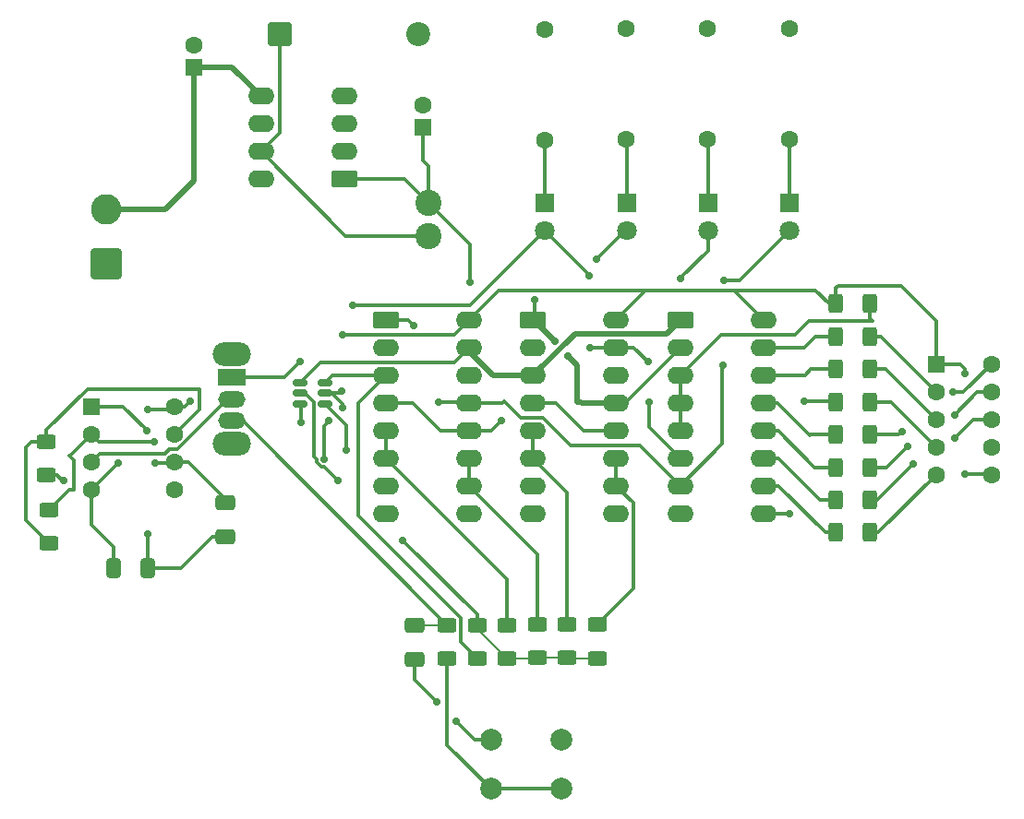
<source format=gbr>
%TF.GenerationSoftware,KiCad,Pcbnew,9.0.3*%
%TF.CreationDate,2025-12-16T11:33:01+01:00*%
%TF.ProjectId,PTP_Project1_Dovsak,5054505f-5072-46f6-9a65-6374315f446f,rev?*%
%TF.SameCoordinates,Original*%
%TF.FileFunction,Copper,L1,Top*%
%TF.FilePolarity,Positive*%
%FSLAX46Y46*%
G04 Gerber Fmt 4.6, Leading zero omitted, Abs format (unit mm)*
G04 Created by KiCad (PCBNEW 9.0.3) date 2025-12-16 11:33:01*
%MOMM*%
%LPD*%
G01*
G04 APERTURE LIST*
G04 Aperture macros list*
%AMRoundRect*
0 Rectangle with rounded corners*
0 $1 Rounding radius*
0 $2 $3 $4 $5 $6 $7 $8 $9 X,Y pos of 4 corners*
0 Add a 4 corners polygon primitive as box body*
4,1,4,$2,$3,$4,$5,$6,$7,$8,$9,$2,$3,0*
0 Add four circle primitives for the rounded corners*
1,1,$1+$1,$2,$3*
1,1,$1+$1,$4,$5*
1,1,$1+$1,$6,$7*
1,1,$1+$1,$8,$9*
0 Add four rect primitives between the rounded corners*
20,1,$1+$1,$2,$3,$4,$5,0*
20,1,$1+$1,$4,$5,$6,$7,0*
20,1,$1+$1,$6,$7,$8,$9,0*
20,1,$1+$1,$8,$9,$2,$3,0*%
G04 Aperture macros list end*
%TA.AperFunction,ComponentPad*%
%ADD10C,1.600000*%
%TD*%
%TA.AperFunction,SMDPad,CuDef*%
%ADD11RoundRect,0.250000X-0.400000X-0.625000X0.400000X-0.625000X0.400000X0.625000X-0.400000X0.625000X0*%
%TD*%
%TA.AperFunction,ComponentPad*%
%ADD12RoundRect,0.250000X-0.950000X-0.550000X0.950000X-0.550000X0.950000X0.550000X-0.950000X0.550000X0*%
%TD*%
%TA.AperFunction,ComponentPad*%
%ADD13O,2.400000X1.600000*%
%TD*%
%TA.AperFunction,SMDPad,CuDef*%
%ADD14RoundRect,0.250000X0.400000X0.625000X-0.400000X0.625000X-0.400000X-0.625000X0.400000X-0.625000X0*%
%TD*%
%TA.AperFunction,SMDPad,CuDef*%
%ADD15RoundRect,0.250000X-0.650000X0.412500X-0.650000X-0.412500X0.650000X-0.412500X0.650000X0.412500X0*%
%TD*%
%TA.AperFunction,ComponentPad*%
%ADD16RoundRect,0.250000X0.950000X0.550000X-0.950000X0.550000X-0.950000X-0.550000X0.950000X-0.550000X0*%
%TD*%
%TA.AperFunction,ComponentPad*%
%ADD17R,1.800000X1.800000*%
%TD*%
%TA.AperFunction,ComponentPad*%
%ADD18C,1.800000*%
%TD*%
%TA.AperFunction,SMDPad,CuDef*%
%ADD19RoundRect,0.250000X-0.412500X-0.650000X0.412500X-0.650000X0.412500X0.650000X-0.412500X0.650000X0*%
%TD*%
%TA.AperFunction,SMDPad,CuDef*%
%ADD20RoundRect,0.250000X0.625000X-0.400000X0.625000X0.400000X-0.625000X0.400000X-0.625000X-0.400000X0*%
%TD*%
%TA.AperFunction,SMDPad,CuDef*%
%ADD21RoundRect,0.250000X0.650000X-0.412500X0.650000X0.412500X-0.650000X0.412500X-0.650000X-0.412500X0*%
%TD*%
%TA.AperFunction,ComponentPad*%
%ADD22RoundRect,0.249999X-0.850001X-0.850001X0.850001X-0.850001X0.850001X0.850001X-0.850001X0.850001X0*%
%TD*%
%TA.AperFunction,ComponentPad*%
%ADD23C,2.200000*%
%TD*%
%TA.AperFunction,ComponentPad*%
%ADD24RoundRect,0.250000X-0.550000X-0.550000X0.550000X-0.550000X0.550000X0.550000X-0.550000X0.550000X0*%
%TD*%
%TA.AperFunction,ComponentPad*%
%ADD25RoundRect,0.250000X0.550000X-0.550000X0.550000X0.550000X-0.550000X0.550000X-0.550000X-0.550000X0*%
%TD*%
%TA.AperFunction,ComponentPad*%
%ADD26C,2.400000*%
%TD*%
%TA.AperFunction,ComponentPad*%
%ADD27C,2.000000*%
%TD*%
%TA.AperFunction,ComponentPad*%
%ADD28O,3.500000X2.200000*%
%TD*%
%TA.AperFunction,ComponentPad*%
%ADD29R,2.500000X1.500000*%
%TD*%
%TA.AperFunction,ComponentPad*%
%ADD30O,2.500000X1.500000*%
%TD*%
%TA.AperFunction,ComponentPad*%
%ADD31R,1.600000X1.600000*%
%TD*%
%TA.AperFunction,SMDPad,CuDef*%
%ADD32RoundRect,0.250000X-0.625000X0.400000X-0.625000X-0.400000X0.625000X-0.400000X0.625000X0.400000X0*%
%TD*%
%TA.AperFunction,SMDPad,CuDef*%
%ADD33RoundRect,0.150000X-0.512500X-0.150000X0.512500X-0.150000X0.512500X0.150000X-0.512500X0.150000X0*%
%TD*%
%TA.AperFunction,ComponentPad*%
%ADD34RoundRect,0.250001X1.149999X-1.149999X1.149999X1.149999X-1.149999X1.149999X-1.149999X-1.149999X0*%
%TD*%
%TA.AperFunction,ComponentPad*%
%ADD35C,2.800000*%
%TD*%
%TA.AperFunction,ViaPad*%
%ADD36C,0.700000*%
%TD*%
%TA.AperFunction,Conductor*%
%ADD37C,0.300000*%
%TD*%
%TA.AperFunction,Conductor*%
%ADD38C,0.500000*%
%TD*%
%TA.AperFunction,Conductor*%
%ADD39C,0.200000*%
%TD*%
G04 APERTURE END LIST*
D10*
%TO.P,R3,1*%
%TO.N,Net-(D3-K)*%
X215175000Y-77675000D03*
%TO.P,R3,2*%
%TO.N,GND*%
X215175000Y-67515000D03*
%TD*%
D11*
%TO.P,R18,1*%
%TO.N,Net-(U4-g)*%
X234400000Y-98750000D03*
%TO.P,R18,2*%
%TO.N,Net-(U5-G)*%
X237500000Y-98750000D03*
%TD*%
D12*
%TO.P,U4,1,B*%
%TO.N,Q1*%
X220130000Y-94220000D03*
D13*
%TO.P,U4,2,C*%
%TO.N,Q2*%
X220130000Y-96760000D03*
%TO.P,U4,3,LT*%
%TO.N,Net-(U4-BI)*%
X220130000Y-99300000D03*
%TO.P,U4,4,BI*%
X220130000Y-101840000D03*
%TO.P,U4,5,RBI*%
X220130000Y-104380000D03*
%TO.P,U4,6,D*%
%TO.N,Q3*%
X220130000Y-106920000D03*
%TO.P,U4,7,A*%
%TO.N,Q0*%
X220130000Y-109460000D03*
%TO.P,U4,8,GND*%
%TO.N,GND*%
X220130000Y-112000000D03*
%TO.P,U4,9,e*%
%TO.N,Net-(U4-e)*%
X227750000Y-112000000D03*
%TO.P,U4,10,d*%
%TO.N,Net-(U4-d)*%
X227750000Y-109460000D03*
%TO.P,U4,11,c*%
%TO.N,Net-(U4-c)*%
X227750000Y-106920000D03*
%TO.P,U4,12,b*%
%TO.N,Net-(U4-b)*%
X227750000Y-104380000D03*
%TO.P,U4,13,a*%
%TO.N,Net-(U4-a)*%
X227750000Y-101840000D03*
%TO.P,U4,14,g*%
%TO.N,Net-(U4-g)*%
X227750000Y-99300000D03*
%TO.P,U4,15,f*%
%TO.N,Net-(U4-f)*%
X227750000Y-96760000D03*
%TO.P,U4,16,VCC*%
%TO.N,+5V*%
X227750000Y-94220000D03*
%TD*%
D14*
%TO.P,R15,1*%
%TO.N,Net-(U4-BI)*%
X237500000Y-92750000D03*
%TO.P,R15,2*%
%TO.N,+5V*%
X234400000Y-92750000D03*
%TD*%
D15*
%TO.P,C5,1*%
%TO.N,Net-(U7-THR)*%
X178400000Y-111000000D03*
%TO.P,C5,2*%
%TO.N,GND*%
X178400000Y-114125000D03*
%TD*%
D11*
%TO.P,R17,1*%
%TO.N,Net-(U4-f)*%
X234400000Y-95750000D03*
%TO.P,R17,2*%
%TO.N,Net-(U5-F)*%
X237500000Y-95750000D03*
%TD*%
D16*
%TO.P,U1,1,FB*%
%TO.N,+5V*%
X189310000Y-81310000D03*
D13*
%TO.P,U1,2,SGND*%
%TO.N,GND*%
X189310000Y-78770000D03*
%TO.P,U1,3,~{ON}/OFF*%
X189310000Y-76230000D03*
%TO.P,U1,4,PGND*%
X189310000Y-73690000D03*
%TO.P,U1,5,VIN*%
%TO.N,VD*%
X181690000Y-73690000D03*
%TO.P,U1,6,NC*%
%TO.N,unconnected-(U1-NC-Pad6)*%
X181690000Y-76230000D03*
%TO.P,U1,7,OUT*%
%TO.N,Net-(D4-K)*%
X181690000Y-78770000D03*
%TO.P,U1,8,NC*%
%TO.N,unconnected-(U1-NC-Pad8)*%
X181690000Y-81310000D03*
%TD*%
D17*
%TO.P,D3,1,K*%
%TO.N,Net-(D3-K)*%
X215185000Y-83485000D03*
D18*
%TO.P,D3,2,A*%
%TO.N,Q2*%
X215185000Y-86025000D03*
%TD*%
D10*
%TO.P,R2,1*%
%TO.N,Net-(D2-K)*%
X222600000Y-77625000D03*
%TO.P,R2,2*%
%TO.N,GND*%
X222600000Y-67465000D03*
%TD*%
D11*
%TO.P,R6,1*%
%TO.N,Net-(U4-b)*%
X234400000Y-107750000D03*
%TO.P,R6,2*%
%TO.N,Net-(U5-B)*%
X237500000Y-107750000D03*
%TD*%
D19*
%TO.P,C4,1*%
%TO.N,+5V*%
X168125000Y-117000000D03*
%TO.P,C4,2*%
%TO.N,GND*%
X171250000Y-117000000D03*
%TD*%
D10*
%TO.P,R4,1*%
%TO.N,Net-(D5-K)*%
X207685000Y-77685000D03*
%TO.P,R4,2*%
%TO.N,GND*%
X207685000Y-67525000D03*
%TD*%
D20*
%TO.P,R9,1*%
%TO.N,+5V*%
X204250000Y-125350000D03*
%TO.P,R9,2*%
%TO.N,Net-(U2A-J)*%
X204250000Y-122250000D03*
%TD*%
D17*
%TO.P,D1,1,K*%
%TO.N,Net-(D1-K)*%
X230125000Y-83485000D03*
D18*
%TO.P,D1,2,A*%
%TO.N,Q0*%
X230125000Y-86025000D03*
%TD*%
D20*
%TO.P,R20,1*%
%TO.N,Net-(U7-DIS)*%
X162250000Y-114750000D03*
%TO.P,R20,2*%
%TO.N,Net-(U7-THR)*%
X162250000Y-111650000D03*
%TD*%
D17*
%TO.P,D5,1,K*%
%TO.N,Net-(D5-K)*%
X207715000Y-83485000D03*
D18*
%TO.P,D5,2,A*%
%TO.N,Q3*%
X207715000Y-86025000D03*
%TD*%
D11*
%TO.P,R14,1*%
%TO.N,Net-(U4-d)*%
X234400000Y-113750000D03*
%TO.P,R14,2*%
%TO.N,Net-(U5-D)*%
X237500000Y-113750000D03*
%TD*%
D21*
%TO.P,C3,1*%
%TO.N,GND*%
X195750000Y-125375000D03*
%TO.P,C3,2*%
%TO.N,Net-(SW2-C)*%
X195750000Y-122250000D03*
%TD*%
D22*
%TO.P,D4,1,K*%
%TO.N,Net-(D4-K)*%
X183375000Y-67975000D03*
D23*
%TO.P,D4,2,A*%
%TO.N,GND*%
X196075000Y-67975000D03*
%TD*%
D24*
%TO.P,U7,1,GND*%
%TO.N,GND*%
X166095000Y-102190000D03*
D10*
%TO.P,U7,2,TR*%
%TO.N,Net-(U7-THR)*%
X166095000Y-104730000D03*
%TO.P,U7,3,Q*%
%TO.N,555*%
X166095000Y-107270000D03*
%TO.P,U7,4,R*%
%TO.N,+5V*%
X166095000Y-109810000D03*
%TO.P,U7,5,CV*%
%TO.N,unconnected-(U7-CV-Pad5)*%
X173715000Y-109810000D03*
%TO.P,U7,6,THR*%
%TO.N,Net-(U7-THR)*%
X173715000Y-107270000D03*
%TO.P,U7,7,DIS*%
%TO.N,Net-(U7-DIS)*%
X173715000Y-104730000D03*
%TO.P,U7,8,VCC*%
%TO.N,+5V*%
X173715000Y-102190000D03*
%TD*%
D25*
%TO.P,C2,1*%
%TO.N,+5V*%
X196500000Y-76500000D03*
D10*
%TO.P,C2,2*%
%TO.N,GND*%
X196500000Y-74500000D03*
%TD*%
D26*
%TO.P,L1,1,1*%
%TO.N,Net-(D4-K)*%
X197000000Y-86500000D03*
%TO.P,L1,2,2*%
%TO.N,+5V*%
X197000000Y-83500000D03*
%TD*%
D27*
%TO.P,SW1,1,1*%
%TO.N,GND*%
X202750000Y-132750000D03*
X209250000Y-132750000D03*
%TO.P,SW1,2,2*%
%TO.N,Net-(R13-Pad1)*%
X202750000Y-137250000D03*
X209250000Y-137250000D03*
%TD*%
D28*
%TO.P,SW2,*%
%TO.N,*%
X178952500Y-97400000D03*
X178952500Y-105600000D03*
D29*
%TO.P,SW2,1,B*%
%TO.N,Clock*%
X178952500Y-99500000D03*
D30*
%TO.P,SW2,2,A*%
%TO.N,555*%
X178952500Y-101500000D03*
%TO.P,SW2,3,C*%
%TO.N,Net-(SW2-C)*%
X178952500Y-103500000D03*
%TD*%
D20*
%TO.P,R11,1*%
%TO.N,+5V*%
X209750000Y-125250000D03*
%TO.P,R11,2*%
%TO.N,Net-(U3A-J)*%
X209750000Y-122150000D03*
%TD*%
D12*
%TO.P,U3,1,Q*%
%TO.N,Q2*%
X206630000Y-94220000D03*
D13*
%TO.P,U3,2,~{Q}*%
%TO.N,unconnected-(U3A-~{Q}-Pad2)*%
X206630000Y-96760000D03*
%TO.P,U3,3,C*%
%TO.N,Q1*%
X206630000Y-99300000D03*
%TO.P,U3,4,S*%
%TO.N,Reset*%
X206630000Y-101840000D03*
%TO.P,U3,5,J*%
%TO.N,Net-(U3A-J)*%
X206630000Y-104380000D03*
%TO.P,U3,6,K*%
X206630000Y-106920000D03*
%TO.P,U3,7,R*%
%TO.N,GND*%
X206630000Y-109460000D03*
%TO.P,U3,8,VSS*%
X206630000Y-112000000D03*
%TO.P,U3,9,R*%
X214250000Y-112000000D03*
%TO.P,U3,10,K*%
%TO.N,Net-(U3B-J)*%
X214250000Y-109460000D03*
%TO.P,U3,11,J*%
X214250000Y-106920000D03*
%TO.P,U3,12,S*%
%TO.N,Reset*%
X214250000Y-104380000D03*
%TO.P,U3,13,C*%
%TO.N,Q2*%
X214250000Y-101840000D03*
%TO.P,U3,14,~{Q}*%
%TO.N,unconnected-(U3B-~{Q}-Pad14)*%
X214250000Y-99300000D03*
%TO.P,U3,15,Q*%
%TO.N,Q3*%
X214250000Y-96760000D03*
%TO.P,U3,16,VDD*%
%TO.N,+5V*%
X214250000Y-94220000D03*
%TD*%
D31*
%TO.P,U5,1,CA*%
%TO.N,+5V*%
X243570000Y-98300000D03*
D10*
%TO.P,U5,2,F*%
%TO.N,Net-(U5-F)*%
X243570000Y-100840000D03*
%TO.P,U5,3,G*%
%TO.N,Net-(U5-G)*%
X243570000Y-103380000D03*
%TO.P,U5,4,E*%
%TO.N,Net-(U5-E)*%
X243570000Y-105920000D03*
%TO.P,U5,5,D*%
%TO.N,Net-(U5-D)*%
X243570000Y-108460000D03*
%TO.P,U5,6,CA*%
%TO.N,+5V*%
X248650000Y-108460000D03*
%TO.P,U5,7,DP*%
%TO.N,unconnected-(U5-DP-Pad7)*%
X248650000Y-105920000D03*
%TO.P,U5,8,C*%
%TO.N,Net-(U5-C)*%
X248650000Y-103380000D03*
%TO.P,U5,9,B*%
%TO.N,Net-(U5-B)*%
X248650000Y-100840000D03*
%TO.P,U5,10,A*%
%TO.N,Net-(U5-A)*%
X248650000Y-98300000D03*
%TD*%
D32*
%TO.P,R7,1*%
%TO.N,+5V*%
X201500000Y-122250000D03*
%TO.P,R7,2*%
%TO.N,Clock*%
X201500000Y-125350000D03*
%TD*%
D11*
%TO.P,R5,1*%
%TO.N,Net-(U4-a)*%
X234400000Y-104750000D03*
%TO.P,R5,2*%
%TO.N,Net-(U5-A)*%
X237500000Y-104750000D03*
%TD*%
%TO.P,R16,1*%
%TO.N,Net-(U4-e)*%
X234400000Y-101750000D03*
%TO.P,R16,2*%
%TO.N,Net-(U5-E)*%
X237500000Y-101750000D03*
%TD*%
D10*
%TO.P,R1,1*%
%TO.N,Net-(D1-K)*%
X230150000Y-77610000D03*
%TO.P,R1,2*%
%TO.N,GND*%
X230150000Y-67450000D03*
%TD*%
D17*
%TO.P,D2,1,K*%
%TO.N,Net-(D2-K)*%
X222655000Y-83485000D03*
D18*
%TO.P,D2,2,A*%
%TO.N,Q1*%
X222655000Y-86025000D03*
%TD*%
D20*
%TO.P,R19,1*%
%TO.N,+5V*%
X162000000Y-108500000D03*
%TO.P,R19,2*%
%TO.N,Net-(U7-DIS)*%
X162000000Y-105400000D03*
%TD*%
%TO.P,R10,1*%
%TO.N,+5V*%
X207000000Y-125250000D03*
%TO.P,R10,2*%
%TO.N,Net-(U2B-J)*%
X207000000Y-122150000D03*
%TD*%
D33*
%TO.P,U6,1,A*%
%TO.N,Q1*%
X185225000Y-100000000D03*
%TO.P,U6,2,GND*%
%TO.N,GND*%
X185225000Y-100950000D03*
%TO.P,U6,3,B*%
%TO.N,Q3*%
X185225000Y-101900000D03*
%TO.P,U6,4,Y*%
%TO.N,Reset*%
X187500000Y-101900000D03*
%TO.P,U6,5,VCC*%
%TO.N,+5V*%
X187500000Y-100950000D03*
%TO.P,U6,6,C*%
%TO.N,Clock*%
X187500000Y-100000000D03*
%TD*%
D20*
%TO.P,R13,1*%
%TO.N,Net-(R13-Pad1)*%
X198750000Y-125350000D03*
%TO.P,R13,2*%
%TO.N,Net-(SW2-C)*%
X198750000Y-122250000D03*
%TD*%
D12*
%TO.P,U2,1,Q*%
%TO.N,Q0*%
X193130000Y-94220000D03*
D13*
%TO.P,U2,2,~{Q}*%
%TO.N,unconnected-(U2A-~{Q}-Pad2)*%
X193130000Y-96760000D03*
%TO.P,U2,3,C*%
%TO.N,Clock*%
X193130000Y-99300000D03*
%TO.P,U2,4,S*%
%TO.N,Reset*%
X193130000Y-101840000D03*
%TO.P,U2,5,J*%
%TO.N,Net-(U2A-J)*%
X193130000Y-104380000D03*
%TO.P,U2,6,K*%
X193130000Y-106920000D03*
%TO.P,U2,7,R*%
%TO.N,GND*%
X193130000Y-109460000D03*
%TO.P,U2,8,VSS*%
X193130000Y-112000000D03*
%TO.P,U2,9,R*%
X200750000Y-112000000D03*
%TO.P,U2,10,K*%
%TO.N,Net-(U2B-J)*%
X200750000Y-109460000D03*
%TO.P,U2,11,J*%
X200750000Y-106920000D03*
%TO.P,U2,12,S*%
%TO.N,Reset*%
X200750000Y-104380000D03*
%TO.P,U2,13,C*%
%TO.N,Q0*%
X200750000Y-101840000D03*
%TO.P,U2,14,~{Q}*%
%TO.N,unconnected-(U2B-~{Q}-Pad14)*%
X200750000Y-99300000D03*
%TO.P,U2,15,Q*%
%TO.N,Q1*%
X200750000Y-96760000D03*
%TO.P,U2,16,VDD*%
%TO.N,+5V*%
X200750000Y-94220000D03*
%TD*%
D25*
%TO.P,C1,1*%
%TO.N,VD*%
X175500000Y-71000000D03*
D10*
%TO.P,C1,2*%
%TO.N,GND*%
X175500000Y-69000000D03*
%TD*%
D34*
%TO.P,J1,1,Pin_1*%
%TO.N,GND*%
X167475000Y-89050000D03*
D35*
%TO.P,J1,2,Pin_2*%
%TO.N,VD*%
X167475000Y-84050000D03*
%TD*%
D20*
%TO.P,R12,1*%
%TO.N,+5V*%
X212475000Y-125275000D03*
%TO.P,R12,2*%
%TO.N,Net-(U3B-J)*%
X212475000Y-122175000D03*
%TD*%
D11*
%TO.P,R8,1*%
%TO.N,Net-(U4-c)*%
X234400000Y-110750000D03*
%TO.P,R8,2*%
%TO.N,Net-(U5-C)*%
X237500000Y-110750000D03*
%TD*%
D36*
%TO.N,Q2*%
X212400000Y-88650000D03*
%TO.N,Q3*%
X211775000Y-90175000D03*
%TO.N,+5V*%
X246175000Y-108400000D03*
%TO.N,Net-(U5-C)*%
X245312500Y-105062500D03*
%TO.N,Net-(U5-B)*%
X245250000Y-102925000D03*
%TO.N,Net-(U5-A)*%
X245125000Y-100875000D03*
%TO.N,+5V*%
X246225000Y-99175000D03*
%TO.N,Net-(U5-C)*%
X241437500Y-107462500D03*
%TO.N,Net-(U5-B)*%
X240987500Y-105812500D03*
%TO.N,Net-(U5-A)*%
X240425000Y-104475000D03*
%TO.N,Net-(U4-e)*%
X230137500Y-111987500D03*
X231475000Y-101650000D03*
%TO.N,Q0*%
X224000000Y-98425000D03*
X224150000Y-90600000D03*
%TO.N,Q1*%
X220130000Y-90425000D03*
%TO.N,Q3*%
X217300000Y-101775000D03*
X217137500Y-98087500D03*
X211800000Y-96800000D03*
%TO.N,Q2*%
X209837500Y-97512500D03*
X208587500Y-96162500D03*
X206737500Y-92362500D03*
%TO.N,+5V*%
X200825000Y-90750000D03*
%TO.N,Q0*%
X195700000Y-94725000D03*
%TO.N,Reset*%
X203750000Y-103425000D03*
%TO.N,Q0*%
X197950000Y-101775000D03*
%TO.N,GND*%
X197800000Y-129275000D03*
X199600000Y-131025000D03*
%TO.N,+5V*%
X194675000Y-114450000D03*
X163600000Y-108975000D03*
%TO.N,GND*%
X171275000Y-113900000D03*
%TO.N,+5V*%
X168600000Y-107325000D03*
%TO.N,Net-(U7-THR)*%
X171975000Y-107375000D03*
X171862500Y-105387500D03*
%TO.N,GND*%
X171200000Y-104400000D03*
%TO.N,+5V*%
X171300000Y-102425000D03*
X175200000Y-101700000D03*
%TO.N,GND*%
X188700000Y-108950000D03*
%TO.N,+5V*%
X187450000Y-107000000D03*
%TO.N,Reset*%
X189475000Y-106200000D03*
%TO.N,+5V*%
X187900000Y-103500000D03*
%TO.N,Q3*%
X185325000Y-103650000D03*
%TO.N,+5V*%
X189150000Y-102250000D03*
X189100000Y-100750000D03*
%TO.N,Clock*%
X187500000Y-100000000D03*
X185250000Y-98050000D03*
%TO.N,+5V*%
X189125000Y-95625000D03*
%TO.N,Q3*%
X190075000Y-92900000D03*
%TD*%
D37*
%TO.N,Net-(SW2-C)*%
X180000000Y-103500000D02*
X198750000Y-122250000D01*
X178952500Y-103500000D02*
X180000000Y-103500000D01*
%TO.N,Q2*%
X212400000Y-88650000D02*
X212375000Y-88675000D01*
%TO.N,Q3*%
X211775000Y-90175000D02*
X211775000Y-90225000D01*
%TO.N,Net-(U5-C)*%
X245312500Y-105062500D02*
X246995000Y-103380000D01*
%TO.N,Q3*%
X217300000Y-101775000D02*
X217300000Y-104090000D01*
X217137500Y-98087500D02*
X217150000Y-98100000D01*
X211800000Y-96800000D02*
X214210000Y-96800000D01*
D38*
%TO.N,Q2*%
X209837500Y-97512500D02*
X210675000Y-98350000D01*
X208587500Y-96162500D02*
X208647169Y-96222169D01*
D37*
%TO.N,+5V*%
X200825000Y-90750000D02*
X200825000Y-90775000D01*
%TO.N,Q0*%
X195700000Y-94725000D02*
X195725000Y-94750000D01*
X197950000Y-101775000D02*
X200685000Y-101775000D01*
D39*
%TO.N,Net-(SW2-C)*%
X195750000Y-122250000D02*
X198750000Y-122250000D01*
D37*
%TO.N,+5V*%
X163450000Y-108975000D02*
X163600000Y-108975000D01*
X162975000Y-108500000D02*
X163450000Y-108975000D01*
X162000000Y-108500000D02*
X162975000Y-108500000D01*
%TO.N,Net-(U7-THR)*%
X164150000Y-106675000D02*
X166095000Y-104730000D01*
X164075000Y-106675000D02*
X164150000Y-106675000D01*
X164525000Y-109825000D02*
X164525000Y-107125000D01*
X164075000Y-109825000D02*
X164525000Y-109825000D01*
X162250000Y-111650000D02*
X164075000Y-109825000D01*
X164525000Y-107125000D02*
X164075000Y-106675000D01*
X171862500Y-105387500D02*
X171875000Y-105375000D01*
%TO.N,555*%
X173238240Y-106119000D02*
X172882240Y-106475000D01*
X166890000Y-106475000D02*
X166095000Y-107270000D01*
X178572760Y-101500000D02*
X173953760Y-106119000D01*
X178952500Y-101500000D02*
X178572760Y-101500000D01*
X173953760Y-106119000D02*
X173238240Y-106119000D01*
X172882240Y-106475000D02*
X166890000Y-106475000D01*
%TO.N,+5V*%
X171300000Y-102425000D02*
X173480000Y-102425000D01*
%TO.N,GND*%
X187159636Y-107701000D02*
X187451000Y-107701000D01*
X186749000Y-107290364D02*
X187159636Y-107701000D01*
X186749000Y-106999000D02*
X186749000Y-107290364D01*
X186486500Y-106736500D02*
X186749000Y-106999000D01*
X185650178Y-100950000D02*
X186486500Y-101786322D01*
X186486500Y-101786322D02*
X186486500Y-106736500D01*
X187451000Y-107701000D02*
X188700000Y-108950000D01*
X185225000Y-100950000D02*
X185650178Y-100950000D01*
%TO.N,+5V*%
X187450000Y-107000000D02*
X187450000Y-103950000D01*
X189125000Y-95625000D02*
X189141000Y-95609000D01*
D39*
X204250000Y-125350000D02*
X201500000Y-122600000D01*
X201500000Y-122600000D02*
X201500000Y-122250000D01*
X206750000Y-125350000D02*
X204250000Y-125350000D01*
X206850000Y-125250000D02*
X206750000Y-125350000D01*
X207000000Y-125250000D02*
X206850000Y-125250000D01*
X209750000Y-125250000D02*
X207000000Y-125250000D01*
X209775000Y-125275000D02*
X209750000Y-125250000D01*
X212475000Y-125275000D02*
X209775000Y-125275000D01*
D37*
%TO.N,Net-(U3B-J)*%
X215801000Y-118849000D02*
X212475000Y-122175000D01*
X215801000Y-111011000D02*
X215801000Y-118849000D01*
D38*
%TO.N,VD*%
X172900000Y-84050000D02*
X175500000Y-81450000D01*
X179000000Y-71000000D02*
X181690000Y-73690000D01*
X167475000Y-84050000D02*
X172900000Y-84050000D01*
X175500000Y-81450000D02*
X175500000Y-71000000D01*
X175500000Y-71000000D02*
X179000000Y-71000000D01*
D37*
%TO.N,GND*%
X166095000Y-102190000D02*
X169040000Y-102190000D01*
X201250000Y-132750000D02*
X202750000Y-132750000D01*
X171250000Y-113925000D02*
X171250000Y-117000000D01*
X169040000Y-102190000D02*
X171200000Y-104350000D01*
X174300000Y-117000000D02*
X171250000Y-117000000D01*
X199600000Y-131025000D02*
X199600000Y-131100000D01*
X195750000Y-127250000D02*
X196350000Y-127850000D01*
X195750000Y-125375000D02*
X195750000Y-127250000D01*
X196350000Y-127850000D02*
X197725000Y-129225000D01*
X177175000Y-114125000D02*
X174300000Y-117000000D01*
X197725000Y-129225000D02*
X197800000Y-129225000D01*
X171275000Y-113900000D02*
X171250000Y-113925000D01*
X199600000Y-131100000D02*
X201250000Y-132750000D01*
X178400000Y-114125000D02*
X177175000Y-114125000D01*
%TO.N,+5V*%
X187700000Y-103700000D02*
X187875000Y-103525000D01*
X197000000Y-80075000D02*
X196500000Y-79575000D01*
X246175000Y-98700000D02*
X246175000Y-99100000D01*
X187450000Y-103950000D02*
X187700000Y-103700000D01*
X194810000Y-81310000D02*
X197000000Y-83500000D01*
X197000000Y-83500000D02*
X200825000Y-87325000D01*
X216947000Y-91523000D02*
X225053000Y-91523000D01*
X232524000Y-91524000D02*
X233750000Y-92750000D01*
X243570000Y-94295000D02*
X243570000Y-98300000D01*
X201500000Y-121275000D02*
X194675000Y-114450000D01*
X168580000Y-107325000D02*
X168600000Y-107325000D01*
X189100000Y-95650000D02*
X189125000Y-95625000D01*
X248590000Y-108400000D02*
X248650000Y-108460000D01*
X189150000Y-101937501D02*
X188162499Y-100950000D01*
X188162499Y-100950000D02*
X187500000Y-100950000D01*
X196500000Y-79575000D02*
X196500000Y-76500000D01*
X189141000Y-95609000D02*
X199361000Y-95609000D01*
X200825000Y-87325000D02*
X200825000Y-90750000D01*
X166095000Y-109810000D02*
X168580000Y-107325000D01*
X214250000Y-94220000D02*
X216947000Y-91523000D01*
X246175000Y-108400000D02*
X248590000Y-108400000D01*
X203446000Y-91524000D02*
X232524000Y-91524000D01*
X189310000Y-81310000D02*
X194810000Y-81310000D01*
X243570000Y-98300000D02*
X245775000Y-98300000D01*
X234600000Y-91075000D02*
X234400000Y-91275000D01*
X171225000Y-102425000D02*
X171300000Y-102425000D01*
X187450000Y-107100000D02*
X187450000Y-107000000D01*
X234400000Y-91275000D02*
X234400000Y-92750000D01*
X201500000Y-122250000D02*
X201500000Y-121275000D01*
X246175000Y-99100000D02*
X246225000Y-99150000D01*
X197000000Y-83500000D02*
X197000000Y-80075000D01*
X189150000Y-102250000D02*
X189150000Y-101937501D01*
X245775000Y-98300000D02*
X246175000Y-98700000D01*
X199361000Y-95609000D02*
X200750000Y-94220000D01*
X187875000Y-103525000D02*
X187875000Y-103500000D01*
X166095000Y-113070000D02*
X166095000Y-109810000D01*
X240350000Y-91075000D02*
X234600000Y-91075000D01*
X200750000Y-94220000D02*
X203446000Y-91524000D01*
X187500000Y-100950000D02*
X188925000Y-100950000D01*
X168125000Y-115100000D02*
X166095000Y-113070000D01*
X174710000Y-102190000D02*
X175200000Y-101700000D01*
X240350000Y-91075000D02*
X243570000Y-94295000D01*
X173715000Y-102190000D02*
X174710000Y-102190000D01*
X233750000Y-92750000D02*
X234400000Y-92750000D01*
X225053000Y-91523000D02*
X227750000Y-94220000D01*
X188925000Y-100950000D02*
X189100000Y-100775000D01*
X173480000Y-102425000D02*
X173715000Y-102190000D01*
X168125000Y-117000000D02*
X168125000Y-115100000D01*
%TO.N,Net-(D1-K)*%
X230125000Y-77635000D02*
X230150000Y-77610000D01*
X230125000Y-83485000D02*
X230125000Y-77635000D01*
%TO.N,Q0*%
X205504000Y-103229000D02*
X203975000Y-101700000D01*
X223975000Y-98450000D02*
X223975000Y-105615000D01*
X207506760Y-103229000D02*
X205504000Y-103229000D01*
X223975000Y-105615000D02*
X220130000Y-109460000D01*
X216439000Y-105769000D02*
X210046760Y-105769000D01*
X225550000Y-90600000D02*
X224150000Y-90600000D01*
X193130000Y-94220000D02*
X195195000Y-94220000D01*
X197925000Y-101775000D02*
X197950000Y-101775000D01*
X230125000Y-86025000D02*
X225550000Y-90600000D01*
X200685000Y-101775000D02*
X200750000Y-101840000D01*
X210046760Y-105769000D02*
X207506760Y-103229000D01*
X203975000Y-101700000D02*
X203835000Y-101840000D01*
X195195000Y-94220000D02*
X195700000Y-94725000D01*
X203835000Y-101840000D02*
X200750000Y-101840000D01*
X220130000Y-109460000D02*
X216439000Y-105769000D01*
%TO.N,Net-(D2-K)*%
X222655000Y-77680000D02*
X222600000Y-77625000D01*
X222655000Y-83485000D02*
X222655000Y-77680000D01*
%TO.N,Q1*%
X187076000Y-98149000D02*
X199361000Y-98149000D01*
X220175000Y-90375000D02*
X222655000Y-87895000D01*
X222655000Y-87895000D02*
X222655000Y-86025000D01*
D38*
X200750000Y-97075000D02*
X202975000Y-99300000D01*
X200750000Y-96760000D02*
X200750000Y-97075000D01*
X202975000Y-99300000D02*
X206630000Y-99300000D01*
D37*
X199361000Y-98149000D02*
X200750000Y-96760000D01*
D38*
X210455000Y-95475000D02*
X218875000Y-95475000D01*
X206630000Y-99300000D02*
X210455000Y-95475000D01*
D37*
X185225000Y-100000000D02*
X187076000Y-98149000D01*
D38*
X218875000Y-95475000D02*
X220130000Y-94220000D01*
%TO.N,Q2*%
X206645000Y-94220000D02*
X208587500Y-96162500D01*
X210675000Y-101775000D02*
X210975000Y-101775000D01*
X211040000Y-101840000D02*
X214250000Y-101840000D01*
D37*
X206725000Y-94125000D02*
X206630000Y-94220000D01*
D38*
X206630000Y-94220000D02*
X206645000Y-94220000D01*
D37*
X215185000Y-86025000D02*
X215025000Y-86025000D01*
D38*
X209825000Y-97500000D02*
X209837500Y-97512500D01*
D37*
X215025000Y-86025000D02*
X212400000Y-88650000D01*
X214250000Y-101840000D02*
X215050000Y-101840000D01*
D38*
X210975000Y-101775000D02*
X211040000Y-101840000D01*
D37*
X206725000Y-92375000D02*
X206725000Y-94125000D01*
X215050000Y-101840000D02*
X220130000Y-96760000D01*
D38*
X210675000Y-98350000D02*
X210675000Y-101775000D01*
D37*
%TO.N,Net-(D3-K)*%
X215185000Y-83485000D02*
X215185000Y-77685000D01*
X215185000Y-77685000D02*
X215175000Y-77675000D01*
%TO.N,Net-(D4-K)*%
X181690000Y-78770000D02*
X183375000Y-77085000D01*
X181690000Y-78770000D02*
X189420000Y-86500000D01*
X183241000Y-68441000D02*
X182800000Y-68000000D01*
X189420000Y-86500000D02*
X197000000Y-86500000D01*
X183375000Y-77085000D02*
X183375000Y-67975000D01*
%TO.N,Q3*%
X217300000Y-104090000D02*
X220130000Y-106920000D01*
X214250000Y-96760000D02*
X215810000Y-96760000D01*
X185325000Y-102000000D02*
X185225000Y-101900000D01*
X215810000Y-96760000D02*
X217137500Y-98087500D01*
X185325000Y-103650000D02*
X185325000Y-102000000D01*
X211775000Y-96800000D02*
X211800000Y-96800000D01*
X217300000Y-101750000D02*
X217300000Y-101775000D01*
X200865000Y-92875000D02*
X190075000Y-92875000D01*
X211775000Y-90085000D02*
X211775000Y-90175000D01*
X214210000Y-96800000D02*
X214250000Y-96760000D01*
X207715000Y-86025000D02*
X200865000Y-92875000D01*
X207715000Y-86025000D02*
X211775000Y-90085000D01*
%TO.N,Net-(D5-K)*%
X207715000Y-83485000D02*
X207715000Y-77715000D01*
X207715000Y-77715000D02*
X207685000Y-77685000D01*
%TO.N,Reset*%
X189475000Y-103875000D02*
X189475000Y-106200000D01*
X187500000Y-101900000D02*
X189475000Y-103875000D01*
X208715000Y-101840000D02*
X211255000Y-104380000D01*
X206630000Y-101840000D02*
X208715000Y-101840000D01*
X198155000Y-104380000D02*
X200750000Y-104380000D01*
X202745000Y-104380000D02*
X203700000Y-103425000D01*
X195615000Y-101840000D02*
X198155000Y-104380000D01*
X200750000Y-104380000D02*
X202745000Y-104380000D01*
X211255000Y-104380000D02*
X214250000Y-104380000D01*
X193130000Y-101840000D02*
X195615000Y-101840000D01*
%TO.N,Net-(U2B-J)*%
X207000000Y-115710000D02*
X207000000Y-122150000D01*
X200750000Y-106920000D02*
X200750000Y-109460000D01*
X200750000Y-109460000D02*
X207000000Y-115710000D01*
%TO.N,Net-(U2A-J)*%
X204250000Y-118040000D02*
X204250000Y-122250000D01*
X193130000Y-106920000D02*
X204250000Y-118040000D01*
X193130000Y-104380000D02*
X193130000Y-106920000D01*
%TO.N,Clock*%
X190575000Y-101855000D02*
X193130000Y-99300000D01*
X199976000Y-123826000D02*
X199976000Y-121576000D01*
X199976000Y-121576000D02*
X190575000Y-112175000D01*
X183800000Y-99500000D02*
X185250000Y-98050000D01*
X201500000Y-125350000D02*
X199976000Y-123826000D01*
X178952500Y-99500000D02*
X183800000Y-99500000D01*
X190575000Y-112175000D02*
X190575000Y-101855000D01*
X188200000Y-99300000D02*
X193130000Y-99300000D01*
X187500000Y-100000000D02*
X188200000Y-99300000D01*
%TO.N,Net-(U3A-J)*%
X206630000Y-106920000D02*
X209750000Y-110040000D01*
X206630000Y-104380000D02*
X206630000Y-106920000D01*
X209750000Y-110040000D02*
X209750000Y-122150000D01*
%TO.N,Net-(U3B-J)*%
X214250000Y-109460000D02*
X214250000Y-106920000D01*
X215801000Y-111011000D02*
X214250000Y-109460000D01*
%TO.N,Net-(U7-THR)*%
X171850000Y-105400000D02*
X171862500Y-105387500D01*
X178400000Y-110650000D02*
X178400000Y-111000000D01*
X166765000Y-105400000D02*
X171850000Y-105400000D01*
X173715000Y-107270000D02*
X175020000Y-107270000D01*
X175020000Y-107270000D02*
X178400000Y-110650000D01*
X171975000Y-107375000D02*
X173610000Y-107375000D01*
X173610000Y-107375000D02*
X173715000Y-107270000D01*
X166095000Y-104730000D02*
X166765000Y-105400000D01*
%TO.N,Net-(U5-A)*%
X240150000Y-104750000D02*
X240425000Y-104475000D01*
X237500000Y-104750000D02*
X240150000Y-104750000D01*
X245125000Y-100875000D02*
X246075000Y-100875000D01*
X246075000Y-100875000D02*
X248650000Y-98300000D01*
%TO.N,Net-(U5-B)*%
X245250000Y-102925000D02*
X247335000Y-100840000D01*
X237500000Y-107750000D02*
X239050000Y-107750000D01*
X247335000Y-100840000D02*
X248650000Y-100840000D01*
X239050000Y-107750000D02*
X240975000Y-105825000D01*
%TO.N,Net-(U5-C)*%
X246995000Y-103380000D02*
X248650000Y-103380000D01*
X238150000Y-110750000D02*
X241400000Y-107500000D01*
X237500000Y-110750000D02*
X238150000Y-110750000D01*
X245300000Y-105075000D02*
X245312500Y-105062500D01*
%TO.N,Net-(U5-D)*%
X237500000Y-113750000D02*
X238280000Y-113750000D01*
X238280000Y-113750000D02*
X243570000Y-108460000D01*
%TO.N,Net-(U5-E)*%
X239400000Y-101750000D02*
X243570000Y-105920000D01*
X237500000Y-101750000D02*
X239400000Y-101750000D01*
%TO.N,Net-(U5-F)*%
X237500000Y-95750000D02*
X238480000Y-95750000D01*
X238480000Y-95750000D02*
X243570000Y-100840000D01*
%TO.N,Net-(U5-G)*%
X237500000Y-98750000D02*
X238940000Y-98750000D01*
X238940000Y-98750000D02*
X243570000Y-103380000D01*
%TO.N,Net-(U7-DIS)*%
X162250000Y-114750000D02*
X160125000Y-112625000D01*
X176025000Y-100550000D02*
X176025000Y-102420000D01*
X162000000Y-105400000D02*
X162000000Y-104328130D01*
X162000000Y-104328130D02*
X165778130Y-100550000D01*
X160625000Y-105400000D02*
X162000000Y-105400000D01*
X165778130Y-100550000D02*
X176025000Y-100550000D01*
X176025000Y-102420000D02*
X173715000Y-104730000D01*
X160125000Y-112625000D02*
X160125000Y-105900000D01*
X160125000Y-105900000D02*
X160625000Y-105400000D01*
%TO.N,Net-(U4-a)*%
X229065000Y-101840000D02*
X232025000Y-104800000D01*
X227750000Y-101840000D02*
X229065000Y-101840000D01*
X232075000Y-104750000D02*
X234400000Y-104750000D01*
X232025000Y-104800000D02*
X232075000Y-104750000D01*
%TO.N,Net-(U4-b)*%
X232450000Y-107750000D02*
X234400000Y-107750000D01*
X229080000Y-104380000D02*
X232450000Y-107750000D01*
X227750000Y-104380000D02*
X229080000Y-104380000D01*
%TO.N,Net-(U4-c)*%
X227750000Y-106920000D02*
X229095000Y-106920000D01*
X232925000Y-110750000D02*
X234400000Y-110750000D01*
X229095000Y-106920000D02*
X232925000Y-110750000D01*
%TO.N,Net-(R13-Pad1)*%
X202750000Y-137250000D02*
X198750000Y-133250000D01*
X209250000Y-137250000D02*
X202750000Y-137250000D01*
X198750000Y-133250000D02*
X198750000Y-125350000D01*
%TO.N,Net-(U4-d)*%
X229110000Y-109460000D02*
X233400000Y-113750000D01*
X233400000Y-113750000D02*
X234400000Y-113750000D01*
X227750000Y-109460000D02*
X229110000Y-109460000D01*
%TO.N,Net-(U4-BI)*%
X220130000Y-99300000D02*
X223821000Y-95609000D01*
X237775000Y-94325000D02*
X237500000Y-94050000D01*
X220130000Y-101840000D02*
X220130000Y-99300000D01*
X230641000Y-95609000D02*
X231925000Y-94325000D01*
X237500000Y-94050000D02*
X237500000Y-92750000D01*
X223821000Y-95609000D02*
X230641000Y-95609000D01*
X231925000Y-94325000D02*
X237775000Y-94325000D01*
X220130000Y-104380000D02*
X220130000Y-101840000D01*
%TO.N,Net-(U4-e)*%
X234300000Y-101650000D02*
X234400000Y-101750000D01*
X231475000Y-101650000D02*
X234300000Y-101650000D01*
X230075000Y-112000000D02*
X230100000Y-112025000D01*
X227750000Y-112000000D02*
X230075000Y-112000000D01*
%TO.N,Net-(U4-f)*%
X227750000Y-96760000D02*
X231490000Y-96760000D01*
X232500000Y-95750000D02*
X234400000Y-95750000D01*
X231490000Y-96760000D02*
X232500000Y-95750000D01*
%TO.N,Net-(U4-g)*%
X231550000Y-99300000D02*
X232100000Y-98750000D01*
X227750000Y-99300000D02*
X231550000Y-99300000D01*
X232100000Y-98750000D02*
X234400000Y-98750000D01*
%TD*%
M02*

</source>
